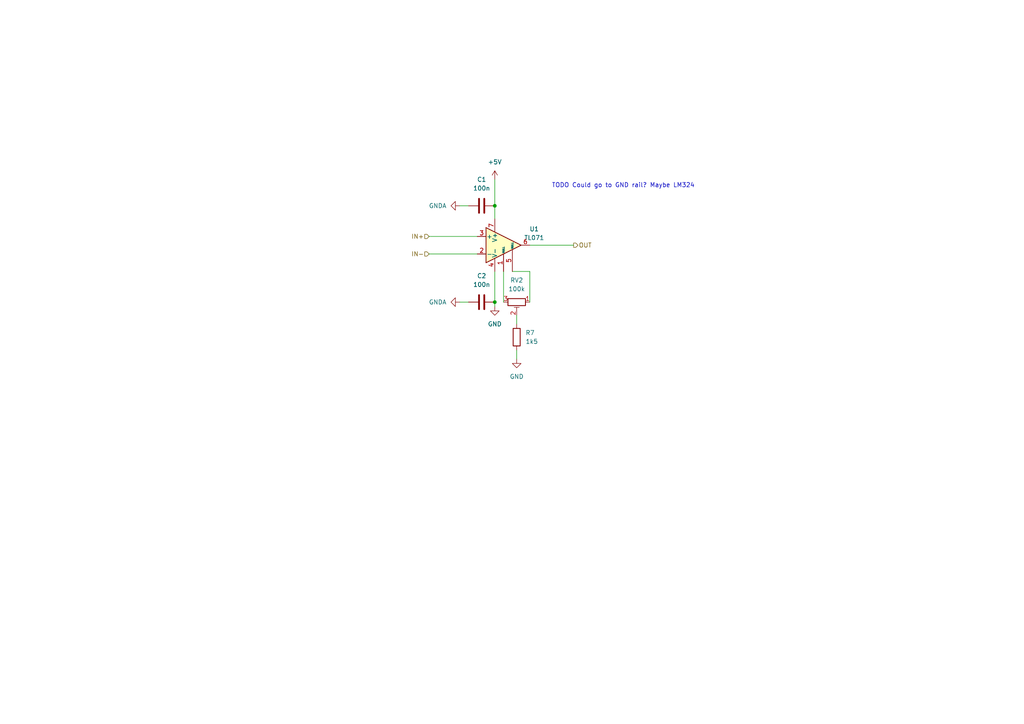
<source format=kicad_sch>
(kicad_sch (version 20211123) (generator eeschema)
  (paper "A4")
  (lib_symbols
    (symbol "Amplifier_Operational:TL071" (pin_names (offset 0.127))
      (property "Reference" "U" (at 0 6.35 0))
      (property "Value" "TL071" (at 0 3.81 0))
      (symbol "TL071_0_1"
        (polyline (pts (xy -5.08 5.08) (xy 5.08 0) (xy -5.08 -5.08) (xy -5.08 5.08)) (stroke (width 0.254)) (fill (type background)))
      )
      (symbol "TL071_1_1"
        (pin input line (at 0 -7.62 90) (length 5.08) (name "NULL") (number "1"))
        (pin input line (at -7.62 -2.54 0) (length 2.54) (name "-") (number "2"))
        (pin input line (at -7.62 2.54 0) (length 2.54) (name "+") (number "3"))
        (pin power_in line (at -2.54 -7.62 90) (length 3.81) (name "V-") (number "4"))
        (pin input line (at 2.54 -7.62 90) (length 6.35) (name "NULL") (number "5"))
        (pin output line (at 7.62 0 180) (length 2.54) (name "~") (number "6"))
        (pin power_in line (at -2.54 7.62 270) (length 3.81) (name "V+") (number "7"))
        (pin no_connect line (at 0 2.54 270) (length 2.54) hide (name "NC") (number "8"))
      )
    )
    (symbol "Device:C" (pin_numbers hide) (pin_names (offset 0.254))
      (property "Reference" "C" (at 0.635 2.54 0))
      (property "Value" "C" (at 0.635 -2.54 0))
      (symbol "C_0_1"
        (polyline (pts (xy -2.032 -0.762) (xy 2.032 -0.762)) (stroke (width 0.508)))
        (polyline (pts (xy -2.032 0.762) (xy 2.032 0.762)) (stroke (width 0.508)))
      )
      (symbol "C_1_1"
        (pin passive line (at 0 3.81 270) (length 2.794) (name "~") (number "1"))
        (pin passive line (at 0 -3.81 90) (length 2.794) (name "~") (number "2"))
      )
    )
    (symbol "Device:R" (pin_numbers hide) (pin_names (offset 0))
      (property "Reference" "R" (at 2.032 0 90))
      (property "Value" "R" (at 0 0 90))
      (symbol "R_0_1"
        (rectangle (start -1.016 -2.54) (end 1.016 2.54) (stroke (width 0.254)))
      )
      (symbol "R_1_1"
        (pin passive line (at 0 3.81 270) (length 1.27) (name "~") (number "1"))
        (pin passive line (at 0 -3.81 90) (length 1.27) (name "~") (number "2"))
      )
    )
    (symbol "Device:R_Potentiometer_Trim" (pin_names (offset 1.016) hide)
      (property "Reference" "RV" (at -4.445 0 90))
      (property "Value" "R_Potentiometer_Trim" (at -2.54 0 90))
      (symbol "R_Potentiometer_Trim_0_1"
        (polyline (pts (xy 1.524 0.762) (xy 1.524 -0.762)))
        (polyline (pts (xy 2.54 0) (xy 1.524 0)))
        (rectangle (start 1.016 2.54) (end -1.016 -2.54) (stroke (width 0.254)))
      )
      (symbol "R_Potentiometer_Trim_1_1"
        (pin passive line (at 0 3.81 270) (length 1.27) (name "1") (number "1"))
        (pin passive line (at 3.81 0 180) (length 1.27) (name "2") (number "2"))
        (pin passive line (at 0 -3.81 90) (length 1.27) (name "3") (number "3"))
      )
    )
    (symbol "power:+5V" (power) (pin_names (offset 0))
      (property "Value" "+5V" (at 0 3.556 0))
      (symbol "+5V_0_1"
        (polyline (pts (xy -0.762 1.27) (xy 0 2.54)))
        (polyline (pts (xy 0 0) (xy 0 2.54)))
        (polyline (pts (xy 0 2.54) (xy 0.762 1.27)))
      )
      (symbol "+5V_1_1"
        (pin power_in line (at 0 0 90) (length 0) hide (name "+5V") (number "1"))
      )
    )
    (symbol "power:GND" (power) (pin_names (offset 0))
      (property "Value" "GND" (at 0 -3.81 0))
      (symbol "GND_0_1"
        (polyline (pts (xy 0 0) (xy 0 -1.27) (xy 1.27 -1.27) (xy 0 -2.54) (xy -1.27 -1.27) (xy 0 -1.27)))
      )
      (symbol "GND_1_1"
        (pin power_in line (at 0 0 270) (length 0) hide (name "GND") (number "1"))
      )
    )
    (symbol "power:GNDA" (power) (pin_names (offset 0))
      (property "Value" "GNDA" (at 0 -3.81 0))
      (symbol "GNDA_0_1"
        (polyline (pts (xy 0 0) (xy 0 -1.27) (xy 1.27 -1.27) (xy 0 -2.54) (xy -1.27 -1.27) (xy 0 -1.27)))
      )
      (symbol "GNDA_1_1"
        (pin power_in line (at 0 0 270) (length 0) hide (name "GNDA") (number "1"))
      )
    )
  )
  (junction (at 143.51 87.63))
  (junction (at 143.51 59.69))
  (wire (pts (xy 143.51 52.07) (xy 143.51 59.69)))
  (wire (pts (xy 124.46 68.58) (xy 138.43 68.58)))
  (wire (pts (xy 143.51 59.69) (xy 143.51 63.5)))
  (wire (pts (xy 143.51 87.63) (xy 143.51 88.9)))
  (wire (pts (xy 143.51 78.74) (xy 143.51 87.63)))
  (wire (pts (xy 148.59 78.74) (xy 153.67 78.74)))
  (wire (pts (xy 146.05 78.74) (xy 146.05 87.63)))
  (wire (pts (xy 124.46 73.66) (xy 138.43 73.66)))
  (wire (pts (xy 133.35 87.63) (xy 135.89 87.63)))
  (wire (pts (xy 149.86 91.44) (xy 149.86 93.98)))
  (wire (pts (xy 133.35 59.69) (xy 135.89 59.69)))
  (wire (pts (xy 153.67 71.12) (xy 166.37 71.12)))
  (wire (pts (xy 153.67 78.74) (xy 153.67 87.63)))
  (wire (pts (xy 149.86 101.6) (xy 149.86 104.14)))
  (text "TODO Could go to GND rail? Maybe LM324" (at 160.02 54.61 0) (effects (font (size 1.27 1.27)) (justify left bottom)))
  (hierarchical_label "IN+" (shape input) (at 124.46 68.58 180))
  (hierarchical_label "OUT" (shape output) (at 166.37 71.12 0))
  (hierarchical_label "IN-" (shape input) (at 124.46 73.66 180))
  (symbol (lib_id "power:GNDA") (at 133.35 59.69 270) (unit 1)
    (property "Reference" "#PWR010" (effects hide))
    (property "Value" "GNDA" (at 129.54 59.6899 90) (effects (justify right)))
  )
  (symbol (lib_id "power:+5V") (at 143.51 52.07 0) (unit 1)
    (property "Reference" "#PWR012" (effects hide))
    (property "Value" "+5V" (at 143.51 46.99 0))
  )
  (symbol (lib_id "power:GND") (at 143.51 88.9 0) (unit 1)
    (property "Reference" "#PWR013" (effects hide))
    (property "Value" "GND" (at 143.51 93.98 0))
  )
  (symbol (lib_id "power:GNDA") (at 133.35 87.63 270) (unit 1)
    (property "Reference" "#PWR011" (effects hide))
    (property "Value" "GNDA" (at 129.54 87.6299 90) (effects (justify right)))
  )
  (symbol (lib_id "Device:C") (at 139.7 59.69 270) (unit 1)
    (property "Reference" "C1" (at 139.7 52.07 90))
    (property "Value" "100n" (at 139.7 54.61 90))
    (property "Footprint" "For_Rasterboard:C_Disc_D3.0mm_W1.6mm_Pinf" (effects hide))
  )
  (symbol (lib_id "Device:R") (at 149.86 97.79 0) (unit 1)
    (property "Reference" "R7" (at 152.4 96.5199 0) (effects (justify left)))
    (property "Value" "1k5" (at 152.4 99.0599 0) (effects (justify left)))
    (property "Footprint" "For_Rasterboard:R_Axial_DIN0207_L6.3mm_D2.5mm_P5.08mm_Vertical" (effects hide))
  )
  (symbol (lib_id "Device:C") (at 139.7 87.63 270) (unit 1)
    (property "Reference" "C2" (at 139.7 80.01 90))
    (property "Value" "100n" (at 139.7 82.55 90))
    (property "Footprint" "For_Rasterboard:C_Disc_D3.0mm_W1.6mm_Pinf" (effects hide))
  )
  (symbol (lib_id "power:GND") (at 149.86 104.14 0) (unit 1)
    (property "Reference" "#PWR014" (effects hide))
    (property "Value" "GND" (at 149.86 109.22 0))
  )
  (symbol (lib_id "Device:R_Potentiometer_Trim") (at 149.86 87.63 270) (unit 1)
    (property "Reference" "RV2" (at 149.86 81.28 90))
    (property "Value" "100k" (at 149.86 83.82 90))
    (property "Footprint" "Potentiometer_THT:Potentiometer_Piher_PT-10-H01_Horizontal" (effects hide))
  )
  (symbol (lib_id "Amplifier_Operational:TL071") (at 146.05 71.12 0) (unit 1)
    (property "Reference" "U1" (at 154.94 66.421 0))
    (property "Value" "TL071" (at 154.94 68.961 0))
    (property "Footprint" "Package_DIP:DIP-8_W7.62mm" (effects hide))
    (property "Datasheet" "http://www.ti.com/lit/ds/symlink/tl071.pdf" (effects hide))
  )
)
</source>
